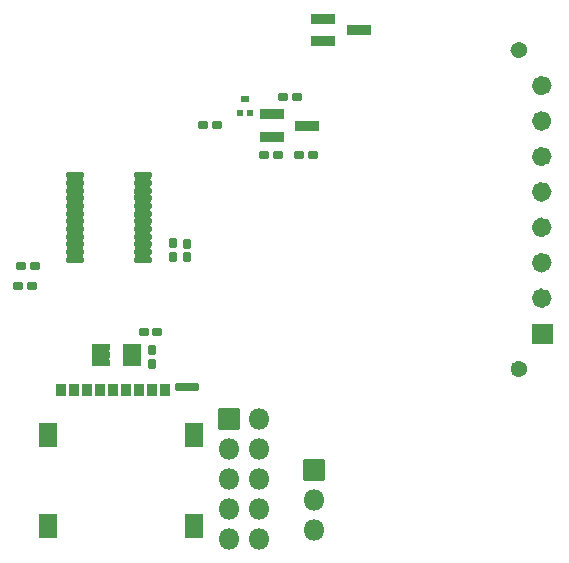
<source format=gbr>
%TF.GenerationSoftware,KiCad,Pcbnew,(7.0.0)*%
%TF.CreationDate,2023-03-16T22:42:38+01:00*%
%TF.ProjectId,iot_diagnostic_tool,696f745f-6469-4616-976e-6f737469635f,rev?*%
%TF.SameCoordinates,Original*%
%TF.FileFunction,Soldermask,Bot*%
%TF.FilePolarity,Negative*%
%FSLAX46Y46*%
G04 Gerber Fmt 4.6, Leading zero omitted, Abs format (unit mm)*
G04 Created by KiCad (PCBNEW (7.0.0)) date 2023-03-16 22:42:38*
%MOMM*%
%LPD*%
G01*
G04 APERTURE LIST*
G04 Aperture macros list*
%AMRoundRect*
0 Rectangle with rounded corners*
0 $1 Rounding radius*
0 $2 $3 $4 $5 $6 $7 $8 $9 X,Y pos of 4 corners*
0 Add a 4 corners polygon primitive as box body*
4,1,4,$2,$3,$4,$5,$6,$7,$8,$9,$2,$3,0*
0 Add four circle primitives for the rounded corners*
1,1,$1+$1,$2,$3*
1,1,$1+$1,$4,$5*
1,1,$1+$1,$6,$7*
1,1,$1+$1,$8,$9*
0 Add four rect primitives between the rounded corners*
20,1,$1+$1,$2,$3,$4,$5,0*
20,1,$1+$1,$4,$5,$6,$7,0*
20,1,$1+$1,$6,$7,$8,$9,0*
20,1,$1+$1,$8,$9,$2,$3,0*%
G04 Aperture macros list end*
%ADD10C,0.711200*%
%ADD11C,0.836200*%
%ADD12C,0.010000*%
%ADD13C,1.370000*%
%ADD14RoundRect,0.050000X-0.850000X-0.850000X0.850000X-0.850000X0.850000X0.850000X-0.850000X0.850000X0*%
%ADD15O,1.800000X1.800000*%
%ADD16RoundRect,0.050000X-0.950000X-0.400000X0.950000X-0.400000X0.950000X0.400000X-0.950000X0.400000X0*%
%ADD17RoundRect,0.150000X-0.637500X-0.100000X0.637500X-0.100000X0.637500X0.100000X-0.637500X0.100000X0*%
%ADD18RoundRect,0.205000X-0.155000X0.212500X-0.155000X-0.212500X0.155000X-0.212500X0.155000X0.212500X0*%
%ADD19RoundRect,0.210000X0.197500X0.160000X-0.197500X0.160000X-0.197500X-0.160000X0.197500X-0.160000X0*%
%ADD20RoundRect,0.205000X-0.212500X-0.155000X0.212500X-0.155000X0.212500X0.155000X-0.212500X0.155000X0*%
%ADD21RoundRect,0.205000X0.155000X-0.212500X0.155000X0.212500X-0.155000X0.212500X-0.155000X-0.212500X0*%
%ADD22RoundRect,0.210000X-0.160000X0.197500X-0.160000X-0.197500X0.160000X-0.197500X0.160000X0.197500X0*%
%ADD23RoundRect,0.210000X-0.197500X-0.160000X0.197500X-0.160000X0.197500X0.160000X-0.197500X0.160000X0*%
%ADD24RoundRect,0.050000X0.200000X-0.225000X0.200000X0.225000X-0.200000X0.225000X-0.200000X-0.225000X0*%
%ADD25RoundRect,0.050000X0.250000X-0.225000X0.250000X0.225000X-0.250000X0.225000X-0.250000X-0.225000X0*%
%ADD26RoundRect,0.050000X0.335000X-0.475000X0.335000X0.475000X-0.335000X0.475000X-0.335000X-0.475000X0*%
%ADD27RoundRect,0.050000X0.675000X-1.000000X0.675000X1.000000X-0.675000X1.000000X-0.675000X-1.000000X0*%
%ADD28RoundRect,0.050000X0.940000X0.250000X-0.940000X0.250000X-0.940000X-0.250000X0.940000X-0.250000X0*%
%ADD29RoundRect,0.050000X0.750000X0.200000X-0.750000X0.200000X-0.750000X-0.200000X0.750000X-0.200000X0*%
G04 APERTURE END LIST*
D10*
%TO.C,J7*%
X171205600Y-75050000D02*
G75*
G03*
X171205600Y-75050000I-355600J0D01*
G01*
D11*
X173228100Y-78050000D02*
G75*
G03*
X173228100Y-78050000I-418100J0D01*
G01*
X173228100Y-81050000D02*
G75*
G03*
X173228100Y-81050000I-418100J0D01*
G01*
X173228100Y-84050000D02*
G75*
G03*
X173228100Y-84050000I-418100J0D01*
G01*
X173228100Y-87050000D02*
G75*
G03*
X173228100Y-87050000I-418100J0D01*
G01*
X173228100Y-90050000D02*
G75*
G03*
X173228100Y-90050000I-418100J0D01*
G01*
X173228100Y-93050000D02*
G75*
G03*
X173228100Y-93050000I-418100J0D01*
G01*
X173228100Y-96050000D02*
G75*
G03*
X173228100Y-96050000I-418100J0D01*
G01*
D10*
X171205600Y-102050000D02*
G75*
G03*
X171205600Y-102050000I-355600J0D01*
G01*
G36*
X173646200Y-99886200D02*
G01*
X171973800Y-99886200D01*
X171973800Y-98213800D01*
X173646200Y-98213800D01*
X173646200Y-99886200D01*
G37*
D12*
X173646200Y-99886200D02*
X171973800Y-99886200D01*
X171973800Y-98213800D01*
X173646200Y-98213800D01*
X173646200Y-99886200D01*
%TD*%
D13*
%TO.C,J7*%
X170850000Y-75050000D03*
X170850000Y-102050000D03*
%TD*%
D14*
%TO.C,J6*%
X153550000Y-110620000D03*
D15*
X153549999Y-113159999D03*
X153549999Y-115699999D03*
%TD*%
D14*
%TO.C,J5*%
X146370000Y-106280001D03*
D15*
X148909999Y-106280000D03*
X146369999Y-108820000D03*
X148909999Y-108820000D03*
X146369999Y-111360000D03*
X148909999Y-111360000D03*
X146369999Y-113900000D03*
X148909999Y-113900000D03*
X146369999Y-116440000D03*
X148909999Y-116440000D03*
%TD*%
D16*
%TO.C,Q5*%
X154325000Y-74300000D03*
X154325000Y-72400000D03*
X157325000Y-73350000D03*
%TD*%
D17*
%TO.C,U8*%
X133300000Y-92800000D03*
X133300000Y-92150000D03*
X133300000Y-91500000D03*
X133300000Y-90850000D03*
X133300000Y-90200000D03*
X133300000Y-89550000D03*
X133300000Y-88900000D03*
X133300000Y-88250000D03*
X133300000Y-87600000D03*
X133300000Y-86950000D03*
X133300000Y-86300000D03*
X133300000Y-85650000D03*
X139025000Y-85650000D03*
X139025000Y-86300000D03*
X139025000Y-86950000D03*
X139025000Y-87600000D03*
X139025000Y-88250000D03*
X139025000Y-88900000D03*
X139025000Y-89550000D03*
X139025000Y-90200000D03*
X139025000Y-90850000D03*
X139025000Y-91500000D03*
X139025000Y-92150000D03*
X139025000Y-92800000D03*
%TD*%
D18*
%TO.C,C27*%
X142750000Y-91432500D03*
X142750000Y-92567500D03*
%TD*%
D19*
%TO.C,R41*%
X153472500Y-83900000D03*
X152277500Y-83900000D03*
%TD*%
D20*
%TO.C,C32*%
X139132500Y-98900000D03*
X140267500Y-98900000D03*
%TD*%
D16*
%TO.C,Q3*%
X149950000Y-82400000D03*
X149950000Y-80500000D03*
X152950000Y-81450000D03*
%TD*%
D21*
%TO.C,C33*%
X139850000Y-101617500D03*
X139850000Y-100482500D03*
%TD*%
D22*
%TO.C,R16*%
X141600000Y-91402500D03*
X141600000Y-92597500D03*
%TD*%
D23*
%TO.C,R40*%
X150877500Y-79050000D03*
X152072500Y-79050000D03*
%TD*%
D19*
%TO.C,R45*%
X129897500Y-93300000D03*
X128702500Y-93300000D03*
%TD*%
%TO.C,R43*%
X145347500Y-81350000D03*
X144152500Y-81350000D03*
%TD*%
D24*
%TO.C,Q6*%
X148100000Y-80375000D03*
X147300000Y-80375000D03*
D25*
X147700000Y-79225000D03*
%TD*%
D19*
%TO.C,R42*%
X150497500Y-83900000D03*
X149302500Y-83900000D03*
%TD*%
D23*
%TO.C,R44*%
X128502500Y-95000000D03*
X129697500Y-95000000D03*
%TD*%
D26*
%TO.C,J3*%
X132150000Y-103800000D03*
X135450000Y-103800000D03*
X137650000Y-103800000D03*
X139850000Y-103800000D03*
X133250000Y-103800000D03*
X136550000Y-103800000D03*
X138750000Y-103800000D03*
X140950000Y-103800000D03*
X134350000Y-103800000D03*
D27*
X143355000Y-107675000D03*
X131005000Y-107675000D03*
X131005000Y-115325000D03*
X143355000Y-115325000D03*
D28*
X142790000Y-103575000D03*
%TD*%
D29*
%TO.C,D5*%
X138130000Y-100200000D03*
X138130000Y-100850000D03*
X138130000Y-101500000D03*
X135470000Y-101500000D03*
X135470000Y-100850000D03*
X135470000Y-100200000D03*
%TD*%
G36*
X138899230Y-101094805D02*
G01*
X138900029Y-101096215D01*
X138899521Y-101097754D01*
X138871355Y-101128830D01*
X138859789Y-101174997D01*
X138871353Y-101221164D01*
X138899521Y-101252245D01*
X138900029Y-101253784D01*
X138899230Y-101255194D01*
X138897649Y-101255550D01*
X138879801Y-101252000D01*
X137380199Y-101252000D01*
X137362349Y-101255550D01*
X137360768Y-101255194D01*
X137359969Y-101253784D01*
X137360477Y-101252245D01*
X137388645Y-101221166D01*
X137400209Y-101174999D01*
X137388645Y-101128833D01*
X137360477Y-101097754D01*
X137359969Y-101096215D01*
X137360768Y-101094805D01*
X137362349Y-101094449D01*
X137380199Y-101098000D01*
X138879801Y-101098000D01*
X138897649Y-101094449D01*
X138899230Y-101094805D01*
G37*
G36*
X136239230Y-101094805D02*
G01*
X136240029Y-101096215D01*
X136239521Y-101097754D01*
X136211355Y-101128830D01*
X136199789Y-101174997D01*
X136211353Y-101221164D01*
X136239521Y-101252245D01*
X136240029Y-101253784D01*
X136239230Y-101255194D01*
X136237649Y-101255550D01*
X136219801Y-101252000D01*
X134720199Y-101252000D01*
X134702349Y-101255550D01*
X134700768Y-101255194D01*
X134699969Y-101253784D01*
X134700477Y-101252245D01*
X134728645Y-101221166D01*
X134740209Y-101174999D01*
X134728645Y-101128833D01*
X134700477Y-101097754D01*
X134699969Y-101096215D01*
X134700768Y-101094805D01*
X134702349Y-101094449D01*
X134720199Y-101098000D01*
X136219801Y-101098000D01*
X136237649Y-101094449D01*
X136239230Y-101094805D01*
G37*
G36*
X138899230Y-100444805D02*
G01*
X138900029Y-100446215D01*
X138899521Y-100447754D01*
X138871354Y-100478832D01*
X138859789Y-100525000D01*
X138871354Y-100571167D01*
X138899521Y-100602245D01*
X138900029Y-100603784D01*
X138899230Y-100605194D01*
X138897649Y-100605550D01*
X138879801Y-100602000D01*
X137380199Y-100602000D01*
X137362349Y-100605550D01*
X137360768Y-100605194D01*
X137359969Y-100603784D01*
X137360477Y-100602245D01*
X137388645Y-100571166D01*
X137400209Y-100524999D01*
X137388645Y-100478833D01*
X137360477Y-100447754D01*
X137359969Y-100446215D01*
X137360768Y-100444805D01*
X137362349Y-100444449D01*
X137380199Y-100448000D01*
X138879801Y-100448000D01*
X138897649Y-100444449D01*
X138899230Y-100444805D01*
G37*
G36*
X136239230Y-100444805D02*
G01*
X136240029Y-100446215D01*
X136239521Y-100447754D01*
X136211354Y-100478832D01*
X136199789Y-100525000D01*
X136211354Y-100571167D01*
X136239521Y-100602245D01*
X136240029Y-100603784D01*
X136239230Y-100605194D01*
X136237649Y-100605550D01*
X136219801Y-100602000D01*
X134720199Y-100602000D01*
X134702349Y-100605550D01*
X134700768Y-100605194D01*
X134699969Y-100603784D01*
X134700477Y-100602245D01*
X134728645Y-100571166D01*
X134740209Y-100524999D01*
X134728645Y-100478833D01*
X134700477Y-100447754D01*
X134699969Y-100446215D01*
X134700768Y-100444805D01*
X134702349Y-100444449D01*
X134720199Y-100448000D01*
X136219801Y-100448000D01*
X136237649Y-100444449D01*
X136239230Y-100444805D01*
G37*
G36*
X139716296Y-92388057D02*
G01*
X139716973Y-92389691D01*
X139716089Y-92391224D01*
X139712861Y-92393381D01*
X139680730Y-92428832D01*
X139669165Y-92474999D01*
X139680730Y-92521167D01*
X139712863Y-92556620D01*
X139716088Y-92558775D01*
X139716973Y-92560307D01*
X139716296Y-92561942D01*
X139714587Y-92562400D01*
X139662301Y-92552000D01*
X138387699Y-92552000D01*
X138335412Y-92562400D01*
X138333703Y-92561942D01*
X138333026Y-92560307D01*
X138333911Y-92558775D01*
X138337136Y-92556620D01*
X138369268Y-92521167D01*
X138380833Y-92475000D01*
X138369268Y-92428832D01*
X138337136Y-92393379D01*
X138333911Y-92391224D01*
X138333026Y-92389692D01*
X138333703Y-92388057D01*
X138335412Y-92387599D01*
X138387699Y-92398000D01*
X139662301Y-92398000D01*
X139714587Y-92387599D01*
X139716296Y-92388057D01*
G37*
G36*
X133991296Y-92388057D02*
G01*
X133991973Y-92389691D01*
X133991089Y-92391224D01*
X133987861Y-92393381D01*
X133955730Y-92428832D01*
X133944165Y-92474999D01*
X133955730Y-92521167D01*
X133987863Y-92556620D01*
X133991088Y-92558775D01*
X133991973Y-92560307D01*
X133991296Y-92561942D01*
X133989587Y-92562400D01*
X133937301Y-92552000D01*
X132662699Y-92552000D01*
X132610412Y-92562400D01*
X132608703Y-92561942D01*
X132608026Y-92560307D01*
X132608911Y-92558775D01*
X132612136Y-92556620D01*
X132644268Y-92521167D01*
X132655833Y-92475000D01*
X132644268Y-92428832D01*
X132612136Y-92393379D01*
X132608911Y-92391224D01*
X132608026Y-92389692D01*
X132608703Y-92388057D01*
X132610412Y-92387599D01*
X132662699Y-92398000D01*
X133937301Y-92398000D01*
X133989587Y-92387599D01*
X133991296Y-92388057D01*
G37*
G36*
X139716296Y-91738057D02*
G01*
X139716973Y-91739691D01*
X139716089Y-91741224D01*
X139712861Y-91743381D01*
X139680730Y-91778832D01*
X139669165Y-91824999D01*
X139680730Y-91871167D01*
X139712863Y-91906620D01*
X139716088Y-91908775D01*
X139716973Y-91910307D01*
X139716296Y-91911942D01*
X139714587Y-91912400D01*
X139662301Y-91902000D01*
X138387699Y-91902000D01*
X138335412Y-91912400D01*
X138333703Y-91911942D01*
X138333026Y-91910307D01*
X138333911Y-91908775D01*
X138337136Y-91906620D01*
X138369268Y-91871167D01*
X138380833Y-91824999D01*
X138369268Y-91778832D01*
X138337136Y-91743379D01*
X138333911Y-91741224D01*
X138333026Y-91739692D01*
X138333703Y-91738057D01*
X138335412Y-91737599D01*
X138387699Y-91748000D01*
X139662301Y-91748000D01*
X139714587Y-91737599D01*
X139716296Y-91738057D01*
G37*
G36*
X133991296Y-91738057D02*
G01*
X133991973Y-91739691D01*
X133991089Y-91741224D01*
X133987861Y-91743381D01*
X133955730Y-91778832D01*
X133944165Y-91824999D01*
X133955730Y-91871167D01*
X133987863Y-91906620D01*
X133991088Y-91908775D01*
X133991973Y-91910307D01*
X133991296Y-91911942D01*
X133989587Y-91912400D01*
X133937301Y-91902000D01*
X132662699Y-91902000D01*
X132610412Y-91912400D01*
X132608703Y-91911942D01*
X132608026Y-91910307D01*
X132608911Y-91908775D01*
X132612136Y-91906620D01*
X132644268Y-91871167D01*
X132655833Y-91824999D01*
X132644268Y-91778832D01*
X132612136Y-91743379D01*
X132608911Y-91741224D01*
X132608026Y-91739692D01*
X132608703Y-91738057D01*
X132610412Y-91737599D01*
X132662699Y-91748000D01*
X133937301Y-91748000D01*
X133989587Y-91737599D01*
X133991296Y-91738057D01*
G37*
G36*
X139716296Y-91088057D02*
G01*
X139716973Y-91089691D01*
X139716089Y-91091224D01*
X139712861Y-91093381D01*
X139680730Y-91128832D01*
X139669165Y-91174999D01*
X139680730Y-91221167D01*
X139712863Y-91256620D01*
X139716088Y-91258775D01*
X139716973Y-91260307D01*
X139716296Y-91261942D01*
X139714587Y-91262400D01*
X139662301Y-91252000D01*
X138387699Y-91252000D01*
X138335412Y-91262400D01*
X138333703Y-91261942D01*
X138333026Y-91260307D01*
X138333911Y-91258775D01*
X138337136Y-91256620D01*
X138369268Y-91221167D01*
X138380833Y-91174999D01*
X138369268Y-91128832D01*
X138337136Y-91093379D01*
X138333911Y-91091224D01*
X138333026Y-91089692D01*
X138333703Y-91088057D01*
X138335412Y-91087599D01*
X138387699Y-91098000D01*
X139662301Y-91098000D01*
X139714587Y-91087599D01*
X139716296Y-91088057D01*
G37*
G36*
X133991296Y-91088057D02*
G01*
X133991973Y-91089691D01*
X133991089Y-91091224D01*
X133987861Y-91093381D01*
X133955730Y-91128832D01*
X133944165Y-91174999D01*
X133955730Y-91221167D01*
X133987863Y-91256620D01*
X133991088Y-91258775D01*
X133991973Y-91260307D01*
X133991296Y-91261942D01*
X133989587Y-91262400D01*
X133937301Y-91252000D01*
X132662699Y-91252000D01*
X132610412Y-91262400D01*
X132608703Y-91261942D01*
X132608026Y-91260307D01*
X132608911Y-91258775D01*
X132612136Y-91256620D01*
X132644268Y-91221167D01*
X132655833Y-91174999D01*
X132644268Y-91128832D01*
X132612136Y-91093379D01*
X132608911Y-91091224D01*
X132608026Y-91089692D01*
X132608703Y-91088057D01*
X132610412Y-91087599D01*
X132662699Y-91098000D01*
X133937301Y-91098000D01*
X133989587Y-91087599D01*
X133991296Y-91088057D01*
G37*
G36*
X139716296Y-90438057D02*
G01*
X139716973Y-90439691D01*
X139716089Y-90441224D01*
X139712861Y-90443381D01*
X139680730Y-90478832D01*
X139669165Y-90525000D01*
X139680730Y-90571167D01*
X139712863Y-90606620D01*
X139716088Y-90608775D01*
X139716973Y-90610307D01*
X139716296Y-90611942D01*
X139714587Y-90612400D01*
X139662301Y-90602000D01*
X138387699Y-90602000D01*
X138335412Y-90612400D01*
X138333703Y-90611942D01*
X138333026Y-90610307D01*
X138333911Y-90608775D01*
X138337136Y-90606620D01*
X138369268Y-90571167D01*
X138380833Y-90524999D01*
X138369268Y-90478832D01*
X138337136Y-90443379D01*
X138333911Y-90441224D01*
X138333026Y-90439692D01*
X138333703Y-90438057D01*
X138335412Y-90437599D01*
X138387699Y-90448000D01*
X139662301Y-90448000D01*
X139714587Y-90437599D01*
X139716296Y-90438057D01*
G37*
G36*
X133991296Y-90438057D02*
G01*
X133991973Y-90439691D01*
X133991089Y-90441224D01*
X133987861Y-90443381D01*
X133955730Y-90478832D01*
X133944165Y-90525000D01*
X133955730Y-90571167D01*
X133987863Y-90606620D01*
X133991088Y-90608775D01*
X133991973Y-90610307D01*
X133991296Y-90611942D01*
X133989587Y-90612400D01*
X133937301Y-90602000D01*
X132662699Y-90602000D01*
X132610412Y-90612400D01*
X132608703Y-90611942D01*
X132608026Y-90610307D01*
X132608911Y-90608775D01*
X132612136Y-90606620D01*
X132644268Y-90571167D01*
X132655833Y-90524999D01*
X132644268Y-90478832D01*
X132612136Y-90443379D01*
X132608911Y-90441224D01*
X132608026Y-90439692D01*
X132608703Y-90438057D01*
X132610412Y-90437599D01*
X132662699Y-90448000D01*
X133937301Y-90448000D01*
X133989587Y-90437599D01*
X133991296Y-90438057D01*
G37*
G36*
X139716296Y-89788057D02*
G01*
X139716973Y-89789691D01*
X139716089Y-89791224D01*
X139712861Y-89793381D01*
X139680730Y-89828832D01*
X139669165Y-89874999D01*
X139680730Y-89921167D01*
X139712863Y-89956620D01*
X139716088Y-89958775D01*
X139716973Y-89960307D01*
X139716296Y-89961942D01*
X139714587Y-89962400D01*
X139662301Y-89952000D01*
X138387699Y-89952000D01*
X138335412Y-89962400D01*
X138333703Y-89961942D01*
X138333026Y-89960307D01*
X138333911Y-89958775D01*
X138337136Y-89956620D01*
X138369268Y-89921167D01*
X138380833Y-89874999D01*
X138369268Y-89828832D01*
X138337136Y-89793379D01*
X138333911Y-89791224D01*
X138333026Y-89789692D01*
X138333703Y-89788057D01*
X138335412Y-89787599D01*
X138387699Y-89798000D01*
X139662301Y-89798000D01*
X139714587Y-89787599D01*
X139716296Y-89788057D01*
G37*
G36*
X133991296Y-89788057D02*
G01*
X133991973Y-89789691D01*
X133991089Y-89791224D01*
X133987861Y-89793381D01*
X133955730Y-89828832D01*
X133944165Y-89874999D01*
X133955730Y-89921167D01*
X133987863Y-89956620D01*
X133991088Y-89958775D01*
X133991973Y-89960307D01*
X133991296Y-89961942D01*
X133989587Y-89962400D01*
X133937301Y-89952000D01*
X132662699Y-89952000D01*
X132610412Y-89962400D01*
X132608703Y-89961942D01*
X132608026Y-89960307D01*
X132608911Y-89958775D01*
X132612136Y-89956620D01*
X132644268Y-89921167D01*
X132655833Y-89874999D01*
X132644268Y-89828832D01*
X132612136Y-89793379D01*
X132608911Y-89791224D01*
X132608026Y-89789692D01*
X132608703Y-89788057D01*
X132610412Y-89787599D01*
X132662699Y-89798000D01*
X133937301Y-89798000D01*
X133989587Y-89787599D01*
X133991296Y-89788057D01*
G37*
G36*
X139716296Y-89138057D02*
G01*
X139716973Y-89139691D01*
X139716089Y-89141224D01*
X139712861Y-89143381D01*
X139680730Y-89178832D01*
X139669165Y-89225000D01*
X139680730Y-89271167D01*
X139712863Y-89306620D01*
X139716088Y-89308775D01*
X139716973Y-89310307D01*
X139716296Y-89311942D01*
X139714587Y-89312400D01*
X139662301Y-89302000D01*
X138387699Y-89302000D01*
X138335412Y-89312400D01*
X138333703Y-89311942D01*
X138333026Y-89310307D01*
X138333911Y-89308775D01*
X138337136Y-89306620D01*
X138369268Y-89271167D01*
X138380833Y-89225000D01*
X138369268Y-89178832D01*
X138337136Y-89143379D01*
X138333911Y-89141224D01*
X138333026Y-89139692D01*
X138333703Y-89138057D01*
X138335412Y-89137599D01*
X138387699Y-89148000D01*
X139662301Y-89148000D01*
X139714587Y-89137599D01*
X139716296Y-89138057D01*
G37*
G36*
X133991296Y-89138057D02*
G01*
X133991973Y-89139691D01*
X133991089Y-89141224D01*
X133987861Y-89143381D01*
X133955730Y-89178832D01*
X133944165Y-89225000D01*
X133955730Y-89271167D01*
X133987863Y-89306620D01*
X133991088Y-89308775D01*
X133991973Y-89310307D01*
X133991296Y-89311942D01*
X133989587Y-89312400D01*
X133937301Y-89302000D01*
X132662699Y-89302000D01*
X132610412Y-89312400D01*
X132608703Y-89311942D01*
X132608026Y-89310307D01*
X132608911Y-89308775D01*
X132612136Y-89306620D01*
X132644268Y-89271167D01*
X132655833Y-89225000D01*
X132644268Y-89178832D01*
X132612136Y-89143379D01*
X132608911Y-89141224D01*
X132608026Y-89139692D01*
X132608703Y-89138057D01*
X132610412Y-89137599D01*
X132662699Y-89148000D01*
X133937301Y-89148000D01*
X133989587Y-89137599D01*
X133991296Y-89138057D01*
G37*
G36*
X139716296Y-88488057D02*
G01*
X139716973Y-88489691D01*
X139716089Y-88491224D01*
X139712861Y-88493381D01*
X139680730Y-88528832D01*
X139669165Y-88575000D01*
X139680730Y-88621167D01*
X139712863Y-88656620D01*
X139716088Y-88658775D01*
X139716973Y-88660307D01*
X139716296Y-88661942D01*
X139714587Y-88662400D01*
X139662301Y-88652000D01*
X138387699Y-88652000D01*
X138335407Y-88662401D01*
X138333698Y-88661943D01*
X138333021Y-88660308D01*
X138333906Y-88658776D01*
X138337136Y-88656618D01*
X138369269Y-88621165D01*
X138380833Y-88574998D01*
X138369268Y-88528830D01*
X138337135Y-88493377D01*
X138333914Y-88491225D01*
X138333029Y-88489693D01*
X138333706Y-88488058D01*
X138335415Y-88487600D01*
X138387699Y-88498000D01*
X139662301Y-88498000D01*
X139714587Y-88487599D01*
X139716296Y-88488057D01*
G37*
G36*
X133991296Y-88488057D02*
G01*
X133991973Y-88489691D01*
X133991089Y-88491224D01*
X133987861Y-88493381D01*
X133955730Y-88528832D01*
X133944165Y-88575000D01*
X133955730Y-88621167D01*
X133987863Y-88656620D01*
X133991088Y-88658775D01*
X133991973Y-88660307D01*
X133991296Y-88661942D01*
X133989587Y-88662400D01*
X133937301Y-88652000D01*
X132662699Y-88652000D01*
X132610412Y-88662400D01*
X132608703Y-88661942D01*
X132608026Y-88660307D01*
X132608911Y-88658775D01*
X132612136Y-88656620D01*
X132644268Y-88621167D01*
X132655833Y-88575000D01*
X132644268Y-88528832D01*
X132612136Y-88493379D01*
X132608911Y-88491224D01*
X132608026Y-88489692D01*
X132608703Y-88488057D01*
X132610412Y-88487599D01*
X132662699Y-88498000D01*
X133937301Y-88498000D01*
X133989587Y-88487599D01*
X133991296Y-88488057D01*
G37*
G36*
X139716293Y-87838058D02*
G01*
X139716970Y-87839693D01*
X139716085Y-87841225D01*
X139712864Y-87843377D01*
X139680730Y-87878831D01*
X139669165Y-87924998D01*
X139680729Y-87971166D01*
X139712862Y-88006619D01*
X139716089Y-88008775D01*
X139716974Y-88010307D01*
X139716297Y-88011942D01*
X139714588Y-88012400D01*
X139662301Y-88002000D01*
X138387699Y-88002000D01*
X138335407Y-88012401D01*
X138333698Y-88011943D01*
X138333021Y-88010308D01*
X138333906Y-88008776D01*
X138337136Y-88006618D01*
X138369269Y-87971165D01*
X138380833Y-87924998D01*
X138369268Y-87878830D01*
X138337135Y-87843377D01*
X138333914Y-87841225D01*
X138333029Y-87839693D01*
X138333706Y-87838058D01*
X138335415Y-87837600D01*
X138387699Y-87848000D01*
X139662301Y-87848000D01*
X139714584Y-87837600D01*
X139716293Y-87838058D01*
G37*
G36*
X133991293Y-87838058D02*
G01*
X133991970Y-87839693D01*
X133991085Y-87841225D01*
X133987864Y-87843377D01*
X133955730Y-87878831D01*
X133944165Y-87924998D01*
X133955729Y-87971166D01*
X133987862Y-88006619D01*
X133991089Y-88008775D01*
X133991974Y-88010307D01*
X133991297Y-88011942D01*
X133989588Y-88012400D01*
X133937301Y-88002000D01*
X132662699Y-88002000D01*
X132610407Y-88012401D01*
X132608698Y-88011943D01*
X132608021Y-88010308D01*
X132608906Y-88008776D01*
X132612136Y-88006618D01*
X132644269Y-87971165D01*
X132655833Y-87924998D01*
X132644268Y-87878830D01*
X132612135Y-87843377D01*
X132608914Y-87841225D01*
X132608029Y-87839693D01*
X132608706Y-87838058D01*
X132610415Y-87837600D01*
X132662699Y-87848000D01*
X133937301Y-87848000D01*
X133989584Y-87837600D01*
X133991293Y-87838058D01*
G37*
G36*
X139716296Y-87188057D02*
G01*
X139716973Y-87189691D01*
X139716089Y-87191224D01*
X139712861Y-87193381D01*
X139680730Y-87228832D01*
X139669165Y-87275000D01*
X139680730Y-87321167D01*
X139712863Y-87356620D01*
X139716088Y-87358775D01*
X139716973Y-87360307D01*
X139716296Y-87361942D01*
X139714587Y-87362400D01*
X139662301Y-87352000D01*
X138387699Y-87352000D01*
X138335412Y-87362400D01*
X138333703Y-87361942D01*
X138333026Y-87360307D01*
X138333911Y-87358775D01*
X138337136Y-87356620D01*
X138369268Y-87321167D01*
X138380833Y-87275000D01*
X138369268Y-87228832D01*
X138337136Y-87193379D01*
X138333911Y-87191224D01*
X138333026Y-87189692D01*
X138333703Y-87188057D01*
X138335412Y-87187599D01*
X138387699Y-87198000D01*
X139662301Y-87198000D01*
X139714587Y-87187599D01*
X139716296Y-87188057D01*
G37*
G36*
X133991296Y-87188057D02*
G01*
X133991973Y-87189691D01*
X133991089Y-87191224D01*
X133987861Y-87193381D01*
X133955730Y-87228832D01*
X133944165Y-87275000D01*
X133955730Y-87321167D01*
X133987863Y-87356620D01*
X133991088Y-87358775D01*
X133991973Y-87360307D01*
X133991296Y-87361942D01*
X133989587Y-87362400D01*
X133937301Y-87352000D01*
X132662699Y-87352000D01*
X132610412Y-87362400D01*
X132608703Y-87361942D01*
X132608026Y-87360307D01*
X132608911Y-87358775D01*
X132612136Y-87356620D01*
X132644268Y-87321167D01*
X132655833Y-87275000D01*
X132644268Y-87228832D01*
X132612136Y-87193379D01*
X132608911Y-87191224D01*
X132608026Y-87189692D01*
X132608703Y-87188057D01*
X132610412Y-87187599D01*
X132662699Y-87198000D01*
X133937301Y-87198000D01*
X133989587Y-87187599D01*
X133991296Y-87188057D01*
G37*
G36*
X139716296Y-86538057D02*
G01*
X139716973Y-86539691D01*
X139716089Y-86541224D01*
X139712861Y-86543381D01*
X139680730Y-86578832D01*
X139669165Y-86625000D01*
X139680730Y-86671167D01*
X139712863Y-86706620D01*
X139716088Y-86708775D01*
X139716973Y-86710307D01*
X139716296Y-86711942D01*
X139714587Y-86712400D01*
X139662301Y-86702000D01*
X138387699Y-86702000D01*
X138335412Y-86712400D01*
X138333703Y-86711942D01*
X138333026Y-86710307D01*
X138333911Y-86708775D01*
X138337136Y-86706620D01*
X138369268Y-86671167D01*
X138380833Y-86625000D01*
X138369268Y-86578832D01*
X138337136Y-86543379D01*
X138333911Y-86541224D01*
X138333026Y-86539692D01*
X138333703Y-86538057D01*
X138335412Y-86537599D01*
X138387699Y-86548000D01*
X139662301Y-86548000D01*
X139714587Y-86537599D01*
X139716296Y-86538057D01*
G37*
G36*
X133991296Y-86538057D02*
G01*
X133991973Y-86539691D01*
X133991089Y-86541224D01*
X133987861Y-86543381D01*
X133955730Y-86578832D01*
X133944165Y-86625000D01*
X133955730Y-86671167D01*
X133987863Y-86706620D01*
X133991088Y-86708775D01*
X133991973Y-86710307D01*
X133991296Y-86711942D01*
X133989587Y-86712400D01*
X133937301Y-86702000D01*
X132662699Y-86702000D01*
X132610412Y-86712400D01*
X132608703Y-86711942D01*
X132608026Y-86710307D01*
X132608911Y-86708775D01*
X132612136Y-86706620D01*
X132644268Y-86671167D01*
X132655833Y-86625000D01*
X132644268Y-86578832D01*
X132612136Y-86543379D01*
X132608911Y-86541224D01*
X132608026Y-86539692D01*
X132608703Y-86538057D01*
X132610412Y-86537599D01*
X132662699Y-86548000D01*
X133937301Y-86548000D01*
X133989587Y-86537599D01*
X133991296Y-86538057D01*
G37*
G36*
X138387699Y-85898000D02*
G01*
X139662301Y-85898000D01*
X139714584Y-85887600D01*
X139716293Y-85888058D01*
X139716970Y-85889693D01*
X139716085Y-85891225D01*
X139712864Y-85893377D01*
X139680730Y-85928831D01*
X139669165Y-85974998D01*
X139680729Y-86021166D01*
X139712862Y-86056619D01*
X139716089Y-86058775D01*
X139716974Y-86060307D01*
X139716297Y-86061942D01*
X139714588Y-86062400D01*
X139662301Y-86052000D01*
X138387699Y-86052000D01*
X138335412Y-86062400D01*
X138333703Y-86061942D01*
X138333026Y-86060307D01*
X138333911Y-86058775D01*
X138337136Y-86056620D01*
X138369268Y-86021167D01*
X138380833Y-85975000D01*
X138369268Y-85928832D01*
X138337136Y-85893379D01*
X138333911Y-85891224D01*
X138333026Y-85889692D01*
X138333703Y-85888057D01*
X138335412Y-85887599D01*
X138387699Y-85898000D01*
G37*
G36*
X133991296Y-85888057D02*
G01*
X133991973Y-85889691D01*
X133991089Y-85891224D01*
X133987861Y-85893381D01*
X133955730Y-85928832D01*
X133944165Y-85974999D01*
X133955730Y-86021167D01*
X133987863Y-86056620D01*
X133991088Y-86058775D01*
X133991973Y-86060307D01*
X133991296Y-86061942D01*
X133989587Y-86062400D01*
X133937301Y-86052000D01*
X132662699Y-86052000D01*
X132610412Y-86062400D01*
X132608703Y-86061942D01*
X132608026Y-86060307D01*
X132608911Y-86058775D01*
X132612136Y-86056620D01*
X132644268Y-86021167D01*
X132655833Y-85975000D01*
X132644268Y-85928832D01*
X132612136Y-85893379D01*
X132608911Y-85891224D01*
X132608026Y-85889692D01*
X132608703Y-85888057D01*
X132610412Y-85887599D01*
X132662699Y-85898000D01*
X133937301Y-85898000D01*
X133989587Y-85887599D01*
X133991296Y-85888057D01*
G37*
M02*

</source>
